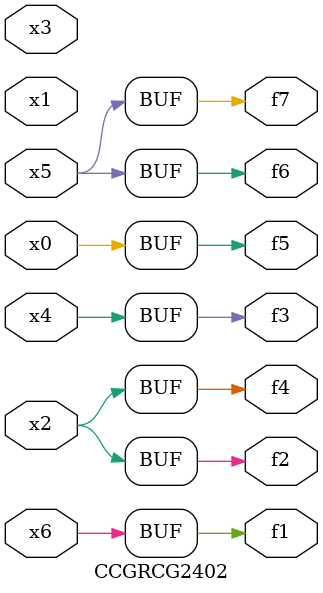
<source format=v>
module CCGRCG2402(
	input x0, x1, x2, x3, x4, x5, x6,
	output f1, f2, f3, f4, f5, f6, f7
);
	assign f1 = x6;
	assign f2 = x2;
	assign f3 = x4;
	assign f4 = x2;
	assign f5 = x0;
	assign f6 = x5;
	assign f7 = x5;
endmodule

</source>
